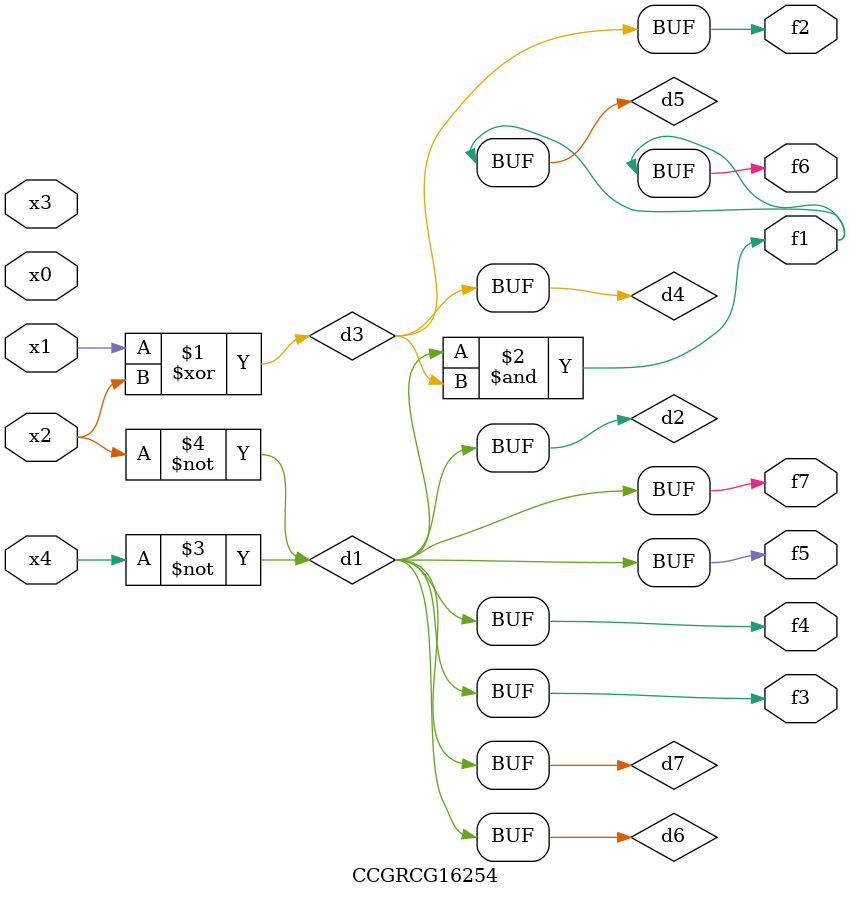
<source format=v>
module CCGRCG16254(
	input x0, x1, x2, x3, x4,
	output f1, f2, f3, f4, f5, f6, f7
);

	wire d1, d2, d3, d4, d5, d6, d7;

	not (d1, x4);
	not (d2, x2);
	xor (d3, x1, x2);
	buf (d4, d3);
	and (d5, d1, d3);
	buf (d6, d1, d2);
	buf (d7, d2);
	assign f1 = d5;
	assign f2 = d4;
	assign f3 = d7;
	assign f4 = d7;
	assign f5 = d7;
	assign f6 = d5;
	assign f7 = d7;
endmodule

</source>
